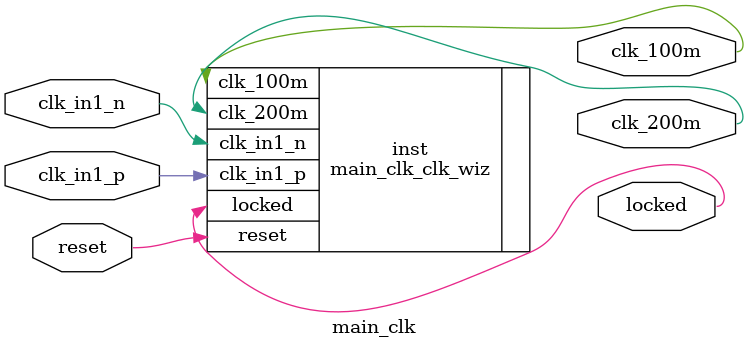
<source format=v>


`timescale 1ps/1ps

(* CORE_GENERATION_INFO = "main_clk,clk_wiz_v6_0_14_0_0,{component_name=main_clk,use_phase_alignment=false,use_min_o_jitter=false,use_max_i_jitter=false,use_dyn_phase_shift=false,use_inclk_switchover=false,use_dyn_reconfig=false,enable_axi=0,feedback_source=FDBK_AUTO,PRIMITIVE=PLL,num_out_clk=2,clkin1_period=8.000,clkin2_period=10.000,use_power_down=false,use_reset=true,use_locked=true,use_inclk_stopped=false,feedback_type=SINGLE,CLOCK_MGR_TYPE=NA,manual_override=false}" *)

module main_clk 
 (
  // Clock out ports
  output        clk_200m,
  output        clk_100m,
  // Status and control signals
  input         reset,
  output        locked,
 // Clock in ports
  input         clk_in1_p,
  input         clk_in1_n
 );

  main_clk_clk_wiz inst
  (
  // Clock out ports  
  .clk_200m(clk_200m),
  .clk_100m(clk_100m),
  // Status and control signals               
  .reset(reset), 
  .locked(locked),
 // Clock in ports
  .clk_in1_p(clk_in1_p),
  .clk_in1_n(clk_in1_n)
  );

endmodule

</source>
